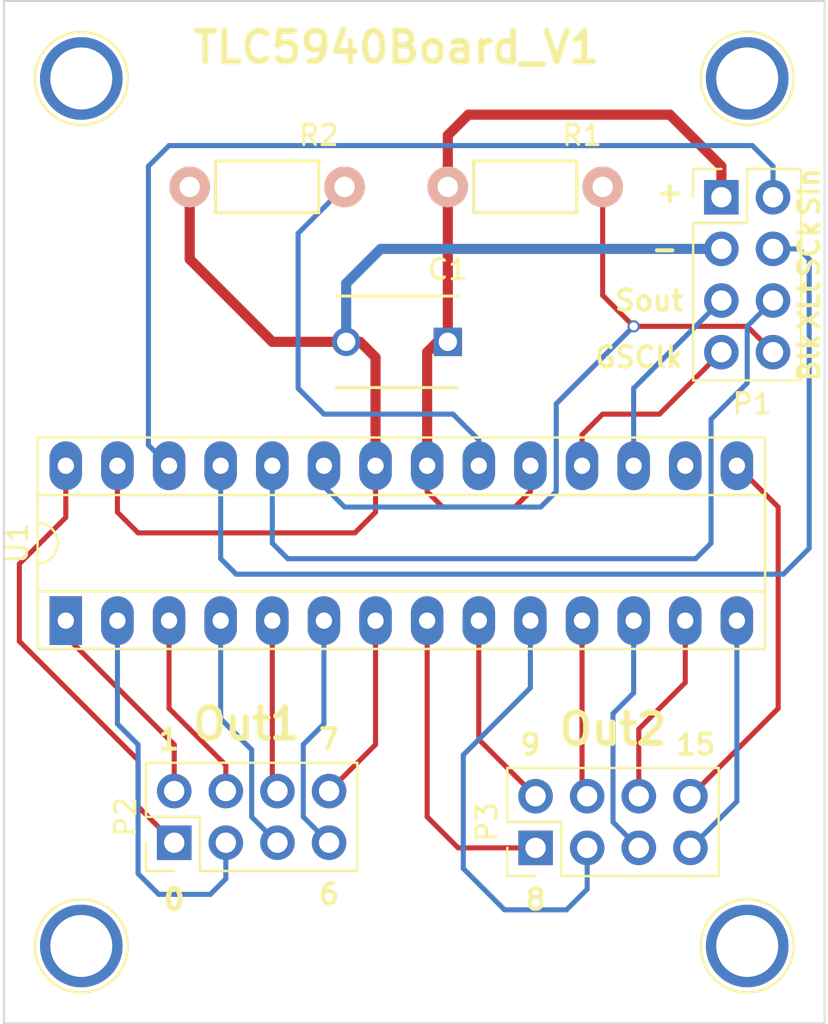
<source format=kicad_pcb>
(kicad_pcb (version 4) (host pcbnew 4.0.5)

  (general
    (links 32)
    (no_connects 0)
    (area 110.427 88.941 153.54381 139.711)
    (thickness 1.6)
    (drawings 22)
    (tracks 132)
    (zones 0)
    (modules 11)
    (nets 27)
  )

  (page A4)
  (title_block
    (title TLC5940Board)
  )

  (layers
    (0 F.Cu signal)
    (31 B.Cu signal)
    (33 F.Adhes user)
    (35 F.Paste user)
    (37 F.SilkS user)
    (39 F.Mask user)
    (40 Dwgs.User user)
    (41 Cmts.User user)
    (42 Eco1.User user)
    (43 Eco2.User user)
    (44 Edge.Cuts user)
    (45 Margin user)
    (47 F.CrtYd user)
    (49 F.Fab user)
  )

  (setup
    (last_trace_width 0.25)
    (user_trace_width 0.25)
    (user_trace_width 0.5)
    (trace_clearance 0.2)
    (zone_clearance 0.508)
    (zone_45_only no)
    (trace_min 0.2)
    (segment_width 0.2)
    (edge_width 0.1)
    (via_size 0.6)
    (via_drill 0.4)
    (via_min_size 0.4)
    (via_min_drill 0.3)
    (uvia_size 0.3)
    (uvia_drill 0.1)
    (uvias_allowed no)
    (uvia_min_size 0.2)
    (uvia_min_drill 0.1)
    (pcb_text_width 0.3)
    (pcb_text_size 1.5 1.5)
    (mod_edge_width 0.15)
    (mod_text_size 1 1)
    (mod_text_width 0.15)
    (pad_size 1.5 1.5)
    (pad_drill 0.6)
    (pad_to_mask_clearance 0)
    (aux_axis_origin 0 0)
    (visible_elements 7FFFFFFF)
    (pcbplotparams
      (layerselection 0x01020_80000001)
      (usegerberextensions true)
      (excludeedgelayer true)
      (linewidth 0.100000)
      (plotframeref false)
      (viasonmask false)
      (mode 1)
      (useauxorigin false)
      (hpglpennumber 1)
      (hpglpenspeed 20)
      (hpglpendiameter 15)
      (hpglpenoverlay 2)
      (psnegative false)
      (psa4output false)
      (plotreference true)
      (plotvalue true)
      (plotinvisibletext false)
      (padsonsilk false)
      (subtractmaskfromsilk false)
      (outputformat 1)
      (mirror false)
      (drillshape 0)
      (scaleselection 1)
      (outputdirectory GerberFiles/))
  )

  (net 0 "")
  (net 1 "Net-(C1-Pad1)")
  (net 2 "Net-(C1-Pad2)")
  (net 3 "Net-(P1-Pad2)")
  (net 4 "Net-(P1-Pad4)")
  (net 5 "Net-(P1-Pad5)")
  (net 6 "Net-(P1-Pad6)")
  (net 7 "Net-(P1-Pad7)")
  (net 8 "Net-(P1-Pad8)")
  (net 9 "Net-(P2-Pad1)")
  (net 10 "Net-(P2-Pad2)")
  (net 11 "Net-(P2-Pad3)")
  (net 12 "Net-(P2-Pad4)")
  (net 13 "Net-(P2-Pad5)")
  (net 14 "Net-(P2-Pad6)")
  (net 15 "Net-(P2-Pad7)")
  (net 16 "Net-(P2-Pad8)")
  (net 17 "Net-(P3-Pad1)")
  (net 18 "Net-(P3-Pad2)")
  (net 19 "Net-(P3-Pad3)")
  (net 20 "Net-(P3-Pad4)")
  (net 21 "Net-(P3-Pad5)")
  (net 22 "Net-(P3-Pad6)")
  (net 23 "Net-(P3-Pad7)")
  (net 24 "Net-(P3-Pad8)")
  (net 25 "Net-(R2-Pad1)")
  (net 26 "Net-(U1-Pad16)")

  (net_class Default "This is the default net class."
    (clearance 0.2)
    (trace_width 0.2)
    (via_dia 0.6)
    (via_drill 0.4)
    (uvia_dia 0.3)
    (uvia_drill 0.1)
    (add_net "Net-(C1-Pad1)")
    (add_net "Net-(C1-Pad2)")
    (add_net "Net-(P1-Pad2)")
    (add_net "Net-(P1-Pad4)")
    (add_net "Net-(P1-Pad5)")
    (add_net "Net-(P1-Pad6)")
    (add_net "Net-(P1-Pad7)")
    (add_net "Net-(P1-Pad8)")
    (add_net "Net-(P2-Pad1)")
    (add_net "Net-(P2-Pad2)")
    (add_net "Net-(P2-Pad3)")
    (add_net "Net-(P2-Pad4)")
    (add_net "Net-(P2-Pad5)")
    (add_net "Net-(P2-Pad6)")
    (add_net "Net-(P2-Pad7)")
    (add_net "Net-(P2-Pad8)")
    (add_net "Net-(P3-Pad1)")
    (add_net "Net-(P3-Pad2)")
    (add_net "Net-(P3-Pad3)")
    (add_net "Net-(P3-Pad4)")
    (add_net "Net-(P3-Pad5)")
    (add_net "Net-(P3-Pad6)")
    (add_net "Net-(P3-Pad7)")
    (add_net "Net-(P3-Pad8)")
    (add_net "Net-(R2-Pad1)")
    (add_net "Net-(U1-Pad16)")
  )

  (module Capacitors_THT:C_Disc_D6_P5 (layer F.Cu) (tedit 58692345) (tstamp 586811BD)
    (at 132.588 105.918 180)
    (descr "Capacitor 6mm Disc, Pitch 5mm")
    (tags Capacitor)
    (path /5867DCF8)
    (fp_text reference C1 (at 0 3.556 180) (layer F.SilkS)
      (effects (font (size 1 1) (thickness 0.15)))
    )
    (fp_text value 0.1uF (at 3.556 3.556 180) (layer F.Fab)
      (effects (font (size 1 1) (thickness 0.15)))
    )
    (fp_line (start -0.95 -2.5) (end 5.95 -2.5) (layer F.CrtYd) (width 0.05))
    (fp_line (start 5.95 -2.5) (end 5.95 2.5) (layer F.CrtYd) (width 0.05))
    (fp_line (start 5.95 2.5) (end -0.95 2.5) (layer F.CrtYd) (width 0.05))
    (fp_line (start -0.95 2.5) (end -0.95 -2.5) (layer F.CrtYd) (width 0.05))
    (fp_line (start -0.5 -2.25) (end 5.5 -2.25) (layer F.SilkS) (width 0.15))
    (fp_line (start 5.5 2.25) (end -0.5 2.25) (layer F.SilkS) (width 0.15))
    (pad 1 thru_hole rect (at 0 0 180) (size 1.4 1.4) (drill 0.9) (layers *.Cu *.Mask)
      (net 1 "Net-(C1-Pad1)"))
    (pad 2 thru_hole circle (at 5 0 180) (size 1.4 1.4) (drill 0.9) (layers *.Cu *.Mask)
      (net 2 "Net-(C1-Pad2)"))
    (model Capacitors_ThroughHole.3dshapes/C_Disc_D6_P5.wrl
      (at (xyz 0.0984252 0 0))
      (scale (xyz 1 1 1))
      (rotate (xyz 0 0 0))
    )
  )

  (module Pin_Headers:Pin_Header_Straight_2x04_Pitch2.54mm (layer F.Cu) (tedit 58686033) (tstamp 586811EC)
    (at 146.05 98.806)
    (descr "Through hole straight pin header, 2x04, 2.54mm pitch, double rows")
    (tags "Through hole pin header THT 2x04 2.54mm double row")
    (path /58680B81)
    (fp_text reference P1 (at 1.524 10.16) (layer F.SilkS)
      (effects (font (size 1 1) (thickness 0.15)))
    )
    (fp_text value CN_SigIn_02X04 (at 1.27 10.01) (layer F.Fab) hide
      (effects (font (size 1 1) (thickness 0.15)))
    )
    (fp_line (start -1.27 -1.27) (end -1.27 8.89) (layer F.Fab) (width 0.1))
    (fp_line (start -1.27 8.89) (end 3.81 8.89) (layer F.Fab) (width 0.1))
    (fp_line (start 3.81 8.89) (end 3.81 -1.27) (layer F.Fab) (width 0.1))
    (fp_line (start 3.81 -1.27) (end -1.27 -1.27) (layer F.Fab) (width 0.1))
    (fp_line (start -1.39 1.27) (end -1.39 9.01) (layer F.SilkS) (width 0.12))
    (fp_line (start -1.39 9.01) (end 3.93 9.01) (layer F.SilkS) (width 0.12))
    (fp_line (start 3.93 9.01) (end 3.93 -1.39) (layer F.SilkS) (width 0.12))
    (fp_line (start 3.93 -1.39) (end 1.27 -1.39) (layer F.SilkS) (width 0.12))
    (fp_line (start 1.27 -1.39) (end 1.27 1.27) (layer F.SilkS) (width 0.12))
    (fp_line (start 1.27 1.27) (end -1.39 1.27) (layer F.SilkS) (width 0.12))
    (fp_line (start -1.39 0) (end -1.39 -1.39) (layer F.SilkS) (width 0.12))
    (fp_line (start -1.39 -1.39) (end 0 -1.39) (layer F.SilkS) (width 0.12))
    (fp_line (start -1.6 -1.6) (end -1.6 9.2) (layer F.CrtYd) (width 0.05))
    (fp_line (start -1.6 9.2) (end 4.1 9.2) (layer F.CrtYd) (width 0.05))
    (fp_line (start 4.1 9.2) (end 4.1 -1.6) (layer F.CrtYd) (width 0.05))
    (fp_line (start 4.1 -1.6) (end -1.6 -1.6) (layer F.CrtYd) (width 0.05))
    (pad 1 thru_hole rect (at 0 0) (size 1.7 1.7) (drill 1) (layers *.Cu *.Mask)
      (net 1 "Net-(C1-Pad1)"))
    (pad 2 thru_hole oval (at 2.54 0) (size 1.7 1.7) (drill 1) (layers *.Cu *.Mask)
      (net 3 "Net-(P1-Pad2)"))
    (pad 3 thru_hole oval (at 0 2.54) (size 1.7 1.7) (drill 1) (layers *.Cu *.Mask)
      (net 2 "Net-(C1-Pad2)"))
    (pad 4 thru_hole oval (at 2.54 2.54) (size 1.7 1.7) (drill 1) (layers *.Cu *.Mask)
      (net 4 "Net-(P1-Pad4)"))
    (pad 5 thru_hole oval (at 0 5.08) (size 1.7 1.7) (drill 1) (layers *.Cu *.Mask)
      (net 5 "Net-(P1-Pad5)"))
    (pad 6 thru_hole oval (at 2.54 5.08) (size 1.7 1.7) (drill 1) (layers *.Cu *.Mask)
      (net 6 "Net-(P1-Pad6)"))
    (pad 7 thru_hole oval (at 0 7.62) (size 1.7 1.7) (drill 1) (layers *.Cu *.Mask)
      (net 7 "Net-(P1-Pad7)"))
    (pad 8 thru_hole oval (at 2.54 7.62) (size 1.7 1.7) (drill 1) (layers *.Cu *.Mask)
      (net 8 "Net-(P1-Pad8)"))
    (model Pin_Headers.3dshapes/Pin_Header_Straight_2x04_Pitch2.54mm.wrl
      (at (xyz 0.05 -0.15 0))
      (scale (xyz 1 1 1))
      (rotate (xyz 0 0 90))
    )
  )

  (module Pin_Headers:Pin_Header_Straight_2x04_Pitch2.54mm (layer F.Cu) (tedit 58685EE1) (tstamp 58681208)
    (at 119.126 130.556 90)
    (descr "Through hole straight pin header, 2x04, 2.54mm pitch, double rows")
    (tags "Through hole pin header THT 2x04 2.54mm double row")
    (path /5867D614)
    (fp_text reference P2 (at 1.27 -2.39 90) (layer F.SilkS)
      (effects (font (size 1 1) (thickness 0.15)))
    )
    (fp_text value CN_Out1_02X04 (at 1.27 10.01 90) (layer F.Fab) hide
      (effects (font (size 1 1) (thickness 0.15)))
    )
    (fp_line (start -1.27 -1.27) (end -1.27 8.89) (layer F.Fab) (width 0.1))
    (fp_line (start -1.27 8.89) (end 3.81 8.89) (layer F.Fab) (width 0.1))
    (fp_line (start 3.81 8.89) (end 3.81 -1.27) (layer F.Fab) (width 0.1))
    (fp_line (start 3.81 -1.27) (end -1.27 -1.27) (layer F.Fab) (width 0.1))
    (fp_line (start -1.39 1.27) (end -1.39 9.01) (layer F.SilkS) (width 0.12))
    (fp_line (start -1.39 9.01) (end 3.93 9.01) (layer F.SilkS) (width 0.12))
    (fp_line (start 3.93 9.01) (end 3.93 -1.39) (layer F.SilkS) (width 0.12))
    (fp_line (start 3.93 -1.39) (end 1.27 -1.39) (layer F.SilkS) (width 0.12))
    (fp_line (start 1.27 -1.39) (end 1.27 1.27) (layer F.SilkS) (width 0.12))
    (fp_line (start 1.27 1.27) (end -1.39 1.27) (layer F.SilkS) (width 0.12))
    (fp_line (start -1.39 0) (end -1.39 -1.39) (layer F.SilkS) (width 0.12))
    (fp_line (start -1.39 -1.39) (end 0 -1.39) (layer F.SilkS) (width 0.12))
    (fp_line (start -1.6 -1.6) (end -1.6 9.2) (layer F.CrtYd) (width 0.05))
    (fp_line (start -1.6 9.2) (end 4.1 9.2) (layer F.CrtYd) (width 0.05))
    (fp_line (start 4.1 9.2) (end 4.1 -1.6) (layer F.CrtYd) (width 0.05))
    (fp_line (start 4.1 -1.6) (end -1.6 -1.6) (layer F.CrtYd) (width 0.05))
    (pad 1 thru_hole rect (at 0 0 90) (size 1.7 1.7) (drill 1) (layers *.Cu *.Mask)
      (net 9 "Net-(P2-Pad1)"))
    (pad 2 thru_hole oval (at 2.54 0 90) (size 1.7 1.7) (drill 1) (layers *.Cu *.Mask)
      (net 10 "Net-(P2-Pad2)"))
    (pad 3 thru_hole oval (at 0 2.54 90) (size 1.7 1.7) (drill 1) (layers *.Cu *.Mask)
      (net 11 "Net-(P2-Pad3)"))
    (pad 4 thru_hole oval (at 2.54 2.54 90) (size 1.7 1.7) (drill 1) (layers *.Cu *.Mask)
      (net 12 "Net-(P2-Pad4)"))
    (pad 5 thru_hole oval (at 0 5.08 90) (size 1.7 1.7) (drill 1) (layers *.Cu *.Mask)
      (net 13 "Net-(P2-Pad5)"))
    (pad 6 thru_hole oval (at 2.54 5.08 90) (size 1.7 1.7) (drill 1) (layers *.Cu *.Mask)
      (net 14 "Net-(P2-Pad6)"))
    (pad 7 thru_hole oval (at 0 7.62 90) (size 1.7 1.7) (drill 1) (layers *.Cu *.Mask)
      (net 15 "Net-(P2-Pad7)"))
    (pad 8 thru_hole oval (at 2.54 7.62 90) (size 1.7 1.7) (drill 1) (layers *.Cu *.Mask)
      (net 16 "Net-(P2-Pad8)"))
    (model Pin_Headers.3dshapes/Pin_Header_Straight_2x04_Pitch2.54mm.wrl
      (at (xyz 0.05 -0.15 0))
      (scale (xyz 1 1 1))
      (rotate (xyz 0 0 90))
    )
  )

  (module Pin_Headers:Pin_Header_Straight_2x04_Pitch2.54mm (layer F.Cu) (tedit 58685ED6) (tstamp 58681224)
    (at 136.906 130.81 90)
    (descr "Through hole straight pin header, 2x04, 2.54mm pitch, double rows")
    (tags "Through hole pin header THT 2x04 2.54mm double row")
    (path /5867D86F)
    (fp_text reference P3 (at 1.27 -2.39 90) (layer F.SilkS)
      (effects (font (size 1 1) (thickness 0.15)))
    )
    (fp_text value CN_Out2_02X04 (at 1.27 10.01 90) (layer F.Fab) hide
      (effects (font (size 1 1) (thickness 0.15)))
    )
    (fp_line (start -1.27 -1.27) (end -1.27 8.89) (layer F.Fab) (width 0.1))
    (fp_line (start -1.27 8.89) (end 3.81 8.89) (layer F.Fab) (width 0.1))
    (fp_line (start 3.81 8.89) (end 3.81 -1.27) (layer F.Fab) (width 0.1))
    (fp_line (start 3.81 -1.27) (end -1.27 -1.27) (layer F.Fab) (width 0.1))
    (fp_line (start -1.39 1.27) (end -1.39 9.01) (layer F.SilkS) (width 0.12))
    (fp_line (start -1.39 9.01) (end 3.93 9.01) (layer F.SilkS) (width 0.12))
    (fp_line (start 3.93 9.01) (end 3.93 -1.39) (layer F.SilkS) (width 0.12))
    (fp_line (start 3.93 -1.39) (end 1.27 -1.39) (layer F.SilkS) (width 0.12))
    (fp_line (start 1.27 -1.39) (end 1.27 1.27) (layer F.SilkS) (width 0.12))
    (fp_line (start 1.27 1.27) (end -1.39 1.27) (layer F.SilkS) (width 0.12))
    (fp_line (start -1.39 0) (end -1.39 -1.39) (layer F.SilkS) (width 0.12))
    (fp_line (start -1.39 -1.39) (end 0 -1.39) (layer F.SilkS) (width 0.12))
    (fp_line (start -1.6 -1.6) (end -1.6 9.2) (layer F.CrtYd) (width 0.05))
    (fp_line (start -1.6 9.2) (end 4.1 9.2) (layer F.CrtYd) (width 0.05))
    (fp_line (start 4.1 9.2) (end 4.1 -1.6) (layer F.CrtYd) (width 0.05))
    (fp_line (start 4.1 -1.6) (end -1.6 -1.6) (layer F.CrtYd) (width 0.05))
    (pad 1 thru_hole rect (at 0 0 90) (size 1.7 1.7) (drill 1) (layers *.Cu *.Mask)
      (net 17 "Net-(P3-Pad1)"))
    (pad 2 thru_hole oval (at 2.54 0 90) (size 1.7 1.7) (drill 1) (layers *.Cu *.Mask)
      (net 18 "Net-(P3-Pad2)"))
    (pad 3 thru_hole oval (at 0 2.54 90) (size 1.7 1.7) (drill 1) (layers *.Cu *.Mask)
      (net 19 "Net-(P3-Pad3)"))
    (pad 4 thru_hole oval (at 2.54 2.54 90) (size 1.7 1.7) (drill 1) (layers *.Cu *.Mask)
      (net 20 "Net-(P3-Pad4)"))
    (pad 5 thru_hole oval (at 0 5.08 90) (size 1.7 1.7) (drill 1) (layers *.Cu *.Mask)
      (net 21 "Net-(P3-Pad5)"))
    (pad 6 thru_hole oval (at 2.54 5.08 90) (size 1.7 1.7) (drill 1) (layers *.Cu *.Mask)
      (net 22 "Net-(P3-Pad6)"))
    (pad 7 thru_hole oval (at 0 7.62 90) (size 1.7 1.7) (drill 1) (layers *.Cu *.Mask)
      (net 23 "Net-(P3-Pad7)"))
    (pad 8 thru_hole oval (at 2.54 7.62 90) (size 1.7 1.7) (drill 1) (layers *.Cu *.Mask)
      (net 24 "Net-(P3-Pad8)"))
    (model Pin_Headers.3dshapes/Pin_Header_Straight_2x04_Pitch2.54mm.wrl
      (at (xyz 0.05 -0.15 0))
      (scale (xyz 1 1 1))
      (rotate (xyz 0 0 90))
    )
  )

  (module Resistors_THT:Resistor_Horizontal_RM7mm (layer F.Cu) (tedit 58692407) (tstamp 58681232)
    (at 132.588 98.298)
    (descr "Resistor, Axial,  RM 7.62mm, 1/3W,")
    (tags "Resistor Axial RM 7.62mm 1/3W R3")
    (path /5864BA40)
    (fp_text reference R1 (at 6.604 -2.54) (layer F.SilkS)
      (effects (font (size 1 1) (thickness 0.15)))
    )
    (fp_text value 10K (at 3.048 -2.54) (layer F.Fab)
      (effects (font (size 1 1) (thickness 0.15)))
    )
    (fp_line (start -1.25 -1.5) (end 8.85 -1.5) (layer F.CrtYd) (width 0.05))
    (fp_line (start -1.25 1.5) (end -1.25 -1.5) (layer F.CrtYd) (width 0.05))
    (fp_line (start 8.85 -1.5) (end 8.85 1.5) (layer F.CrtYd) (width 0.05))
    (fp_line (start -1.25 1.5) (end 8.85 1.5) (layer F.CrtYd) (width 0.05))
    (fp_line (start 1.27 -1.27) (end 6.35 -1.27) (layer F.SilkS) (width 0.15))
    (fp_line (start 6.35 -1.27) (end 6.35 1.27) (layer F.SilkS) (width 0.15))
    (fp_line (start 6.35 1.27) (end 1.27 1.27) (layer F.SilkS) (width 0.15))
    (fp_line (start 1.27 1.27) (end 1.27 -1.27) (layer F.SilkS) (width 0.15))
    (pad 1 thru_hole circle (at 0 0) (size 1.99898 1.99898) (drill 1.00076) (layers *.Cu *.SilkS *.Mask)
      (net 1 "Net-(C1-Pad1)"))
    (pad 2 thru_hole circle (at 7.62 0) (size 1.99898 1.99898) (drill 1.00076) (layers *.Cu *.SilkS *.Mask)
      (net 8 "Net-(P1-Pad8)"))
  )

  (module Resistors_THT:Resistor_Horizontal_RM7mm (layer F.Cu) (tedit 586850B0) (tstamp 58681240)
    (at 127.508 98.298 180)
    (descr "Resistor, Axial,  RM 7.62mm, 1/3W,")
    (tags "Resistor Axial RM 7.62mm 1/3W R3")
    (path /5864B909)
    (fp_text reference R2 (at 1.27 2.54 180) (layer F.SilkS)
      (effects (font (size 1 1) (thickness 0.15)))
    )
    (fp_text value 2K (at 3.81 2.54 180) (layer F.Fab)
      (effects (font (size 1 1) (thickness 0.15)))
    )
    (fp_line (start -1.25 -1.5) (end 8.85 -1.5) (layer F.CrtYd) (width 0.05))
    (fp_line (start -1.25 1.5) (end -1.25 -1.5) (layer F.CrtYd) (width 0.05))
    (fp_line (start 8.85 -1.5) (end 8.85 1.5) (layer F.CrtYd) (width 0.05))
    (fp_line (start -1.25 1.5) (end 8.85 1.5) (layer F.CrtYd) (width 0.05))
    (fp_line (start 1.27 -1.27) (end 6.35 -1.27) (layer F.SilkS) (width 0.15))
    (fp_line (start 6.35 -1.27) (end 6.35 1.27) (layer F.SilkS) (width 0.15))
    (fp_line (start 6.35 1.27) (end 1.27 1.27) (layer F.SilkS) (width 0.15))
    (fp_line (start 1.27 1.27) (end 1.27 -1.27) (layer F.SilkS) (width 0.15))
    (pad 1 thru_hole circle (at 0 0 180) (size 1.99898 1.99898) (drill 1.00076) (layers *.Cu *.SilkS *.Mask)
      (net 25 "Net-(R2-Pad1)"))
    (pad 2 thru_hole circle (at 7.62 0 180) (size 1.99898 1.99898) (drill 1.00076) (layers *.Cu *.SilkS *.Mask)
      (net 2 "Net-(C1-Pad2)"))
  )

  (module Housings_DIP:DIP-28_W7.62mm_Socket_LongPads (layer F.Cu) (tedit 586281B5) (tstamp 58681277)
    (at 113.792 119.634 90)
    (descr "28-lead dip package, row spacing 7.62 mm (300 mils), Socket, LongPads")
    (tags "DIL DIP PDIP 2.54mm 7.62mm 300mil Socket LongPads")
    (path /5861DAAD)
    (fp_text reference U1 (at 3.81 -2.39 90) (layer F.SilkS)
      (effects (font (size 1 1) (thickness 0.15)))
    )
    (fp_text value TLC5940NT (at 3.81 35.41 90) (layer F.Fab)
      (effects (font (size 1 1) (thickness 0.15)))
    )
    (fp_arc (start 3.81 -1.39) (end 2.81 -1.39) (angle -180) (layer F.SilkS) (width 0.12))
    (fp_line (start 1.635 -1.27) (end 6.985 -1.27) (layer F.Fab) (width 0.1))
    (fp_line (start 6.985 -1.27) (end 6.985 34.29) (layer F.Fab) (width 0.1))
    (fp_line (start 6.985 34.29) (end 0.635 34.29) (layer F.Fab) (width 0.1))
    (fp_line (start 0.635 34.29) (end 0.635 -0.27) (layer F.Fab) (width 0.1))
    (fp_line (start 0.635 -0.27) (end 1.635 -1.27) (layer F.Fab) (width 0.1))
    (fp_line (start -1.27 -1.27) (end -1.27 34.29) (layer F.Fab) (width 0.1))
    (fp_line (start -1.27 34.29) (end 8.89 34.29) (layer F.Fab) (width 0.1))
    (fp_line (start 8.89 34.29) (end 8.89 -1.27) (layer F.Fab) (width 0.1))
    (fp_line (start 8.89 -1.27) (end -1.27 -1.27) (layer F.Fab) (width 0.1))
    (fp_line (start 2.81 -1.39) (end 1.44 -1.39) (layer F.SilkS) (width 0.12))
    (fp_line (start 1.44 -1.39) (end 1.44 34.41) (layer F.SilkS) (width 0.12))
    (fp_line (start 1.44 34.41) (end 6.18 34.41) (layer F.SilkS) (width 0.12))
    (fp_line (start 6.18 34.41) (end 6.18 -1.39) (layer F.SilkS) (width 0.12))
    (fp_line (start 6.18 -1.39) (end 4.81 -1.39) (layer F.SilkS) (width 0.12))
    (fp_line (start -1.39 -1.39) (end -1.39 34.41) (layer F.SilkS) (width 0.12))
    (fp_line (start -1.39 34.41) (end 9.01 34.41) (layer F.SilkS) (width 0.12))
    (fp_line (start 9.01 34.41) (end 9.01 -1.39) (layer F.SilkS) (width 0.12))
    (fp_line (start 9.01 -1.39) (end -1.39 -1.39) (layer F.SilkS) (width 0.12))
    (fp_line (start -1.7 -1.7) (end -1.7 34.7) (layer F.CrtYd) (width 0.05))
    (fp_line (start -1.7 34.7) (end 9.3 34.7) (layer F.CrtYd) (width 0.05))
    (fp_line (start 9.3 34.7) (end 9.3 -1.7) (layer F.CrtYd) (width 0.05))
    (fp_line (start 9.3 -1.7) (end -1.7 -1.7) (layer F.CrtYd) (width 0.05))
    (pad 1 thru_hole rect (at 0 0 90) (size 2.4 1.6) (drill 0.8) (layers *.Cu *.Mask)
      (net 10 "Net-(P2-Pad2)"))
    (pad 15 thru_hole oval (at 7.62 33.02 90) (size 2.4 1.6) (drill 0.8) (layers *.Cu *.Mask)
      (net 24 "Net-(P3-Pad8)"))
    (pad 2 thru_hole oval (at 0 2.54 90) (size 2.4 1.6) (drill 0.8) (layers *.Cu *.Mask)
      (net 11 "Net-(P2-Pad3)"))
    (pad 16 thru_hole oval (at 7.62 30.48 90) (size 2.4 1.6) (drill 0.8) (layers *.Cu *.Mask)
      (net 26 "Net-(U1-Pad16)"))
    (pad 3 thru_hole oval (at 0 5.08 90) (size 2.4 1.6) (drill 0.8) (layers *.Cu *.Mask)
      (net 12 "Net-(P2-Pad4)"))
    (pad 17 thru_hole oval (at 7.62 27.94 90) (size 2.4 1.6) (drill 0.8) (layers *.Cu *.Mask)
      (net 5 "Net-(P1-Pad5)"))
    (pad 4 thru_hole oval (at 0 7.62 90) (size 2.4 1.6) (drill 0.8) (layers *.Cu *.Mask)
      (net 13 "Net-(P2-Pad5)"))
    (pad 18 thru_hole oval (at 7.62 25.4 90) (size 2.4 1.6) (drill 0.8) (layers *.Cu *.Mask)
      (net 7 "Net-(P1-Pad7)"))
    (pad 5 thru_hole oval (at 0 10.16 90) (size 2.4 1.6) (drill 0.8) (layers *.Cu *.Mask)
      (net 14 "Net-(P2-Pad6)"))
    (pad 19 thru_hole oval (at 7.62 22.86 90) (size 2.4 1.6) (drill 0.8) (layers *.Cu *.Mask)
      (net 1 "Net-(C1-Pad1)"))
    (pad 6 thru_hole oval (at 0 12.7 90) (size 2.4 1.6) (drill 0.8) (layers *.Cu *.Mask)
      (net 15 "Net-(P2-Pad7)"))
    (pad 20 thru_hole oval (at 7.62 20.32 90) (size 2.4 1.6) (drill 0.8) (layers *.Cu *.Mask)
      (net 25 "Net-(R2-Pad1)"))
    (pad 7 thru_hole oval (at 0 15.24 90) (size 2.4 1.6) (drill 0.8) (layers *.Cu *.Mask)
      (net 16 "Net-(P2-Pad8)"))
    (pad 21 thru_hole oval (at 7.62 17.78 90) (size 2.4 1.6) (drill 0.8) (layers *.Cu *.Mask)
      (net 1 "Net-(C1-Pad1)"))
    (pad 8 thru_hole oval (at 0 17.78 90) (size 2.4 1.6) (drill 0.8) (layers *.Cu *.Mask)
      (net 17 "Net-(P3-Pad1)"))
    (pad 22 thru_hole oval (at 7.62 15.24 90) (size 2.4 1.6) (drill 0.8) (layers *.Cu *.Mask)
      (net 2 "Net-(C1-Pad2)"))
    (pad 9 thru_hole oval (at 0 20.32 90) (size 2.4 1.6) (drill 0.8) (layers *.Cu *.Mask)
      (net 18 "Net-(P3-Pad2)"))
    (pad 23 thru_hole oval (at 7.62 12.7 90) (size 2.4 1.6) (drill 0.8) (layers *.Cu *.Mask)
      (net 8 "Net-(P1-Pad8)"))
    (pad 10 thru_hole oval (at 0 22.86 90) (size 2.4 1.6) (drill 0.8) (layers *.Cu *.Mask)
      (net 19 "Net-(P3-Pad3)"))
    (pad 24 thru_hole oval (at 7.62 10.16 90) (size 2.4 1.6) (drill 0.8) (layers *.Cu *.Mask)
      (net 6 "Net-(P1-Pad6)"))
    (pad 11 thru_hole oval (at 0 25.4 90) (size 2.4 1.6) (drill 0.8) (layers *.Cu *.Mask)
      (net 20 "Net-(P3-Pad4)"))
    (pad 25 thru_hole oval (at 7.62 7.62 90) (size 2.4 1.6) (drill 0.8) (layers *.Cu *.Mask)
      (net 4 "Net-(P1-Pad4)"))
    (pad 12 thru_hole oval (at 0 27.94 90) (size 2.4 1.6) (drill 0.8) (layers *.Cu *.Mask)
      (net 21 "Net-(P3-Pad5)"))
    (pad 26 thru_hole oval (at 7.62 5.08 90) (size 2.4 1.6) (drill 0.8) (layers *.Cu *.Mask)
      (net 3 "Net-(P1-Pad2)"))
    (pad 13 thru_hole oval (at 0 30.48 90) (size 2.4 1.6) (drill 0.8) (layers *.Cu *.Mask)
      (net 22 "Net-(P3-Pad6)"))
    (pad 27 thru_hole oval (at 7.62 2.54 90) (size 2.4 1.6) (drill 0.8) (layers *.Cu *.Mask)
      (net 2 "Net-(C1-Pad2)"))
    (pad 14 thru_hole oval (at 0 33.02 90) (size 2.4 1.6) (drill 0.8) (layers *.Cu *.Mask)
      (net 23 "Net-(P3-Pad7)"))
    (pad 28 thru_hole oval (at 7.62 0 90) (size 2.4 1.6) (drill 0.8) (layers *.Cu *.Mask)
      (net 9 "Net-(P2-Pad1)"))
    (model Housings_DIP.3dshapes/DIP-28_W7.62mm_Socket_LongPads.wrl
      (at (xyz 0 0 0))
      (scale (xyz 1 1 1))
      (rotate (xyz 0 0 0))
    )
  )

  (module Connectors:1pin (layer F.Cu) (tedit 58685919) (tstamp 58685879)
    (at 147.32 92.964)
    (descr "module 1 pin (ou trou mecanique de percage)")
    (tags DEV)
    (fp_text reference M1 (at 0 -3.048) (layer F.SilkS) hide
      (effects (font (size 1 1) (thickness 0.15)))
    )
    (fp_text value 1pin (at -3.81 -3.048) (layer F.Fab) hide
      (effects (font (size 1 1) (thickness 0.15)))
    )
    (fp_circle (center 0 0) (end 2 0.8) (layer F.Fab) (width 0.1))
    (fp_circle (center 0 0) (end 2.6 0) (layer F.CrtYd) (width 0.05))
    (fp_circle (center 0 0) (end 0 -2.286) (layer F.SilkS) (width 0.12))
    (pad 1 thru_hole circle (at 0 0) (size 4.064 4.064) (drill 3.048) (layers *.Cu *.Mask))
  )

  (module Connectors:1pin (layer F.Cu) (tedit 58686044) (tstamp 58685982)
    (at 114.554 135.636)
    (descr "module 1 pin (ou trou mecanique de percage)")
    (tags DEV)
    (fp_text reference REF** (at 0 -3.048) (layer F.SilkS) hide
      (effects (font (size 1 1) (thickness 0.15)))
    )
    (fp_text value 1pin (at 0 3) (layer F.Fab) hide
      (effects (font (size 1 1) (thickness 0.15)))
    )
    (fp_circle (center 0 0) (end 2 0.8) (layer F.Fab) (width 0.1))
    (fp_circle (center 0 0) (end 2.6 0) (layer F.CrtYd) (width 0.05))
    (fp_circle (center 0 0) (end 0 -2.286) (layer F.SilkS) (width 0.12))
    (pad 1 thru_hole circle (at 0 0) (size 4.064 4.064) (drill 3.048) (layers *.Cu *.Mask))
  )

  (module Connectors:1pin (layer F.Cu) (tedit 5868604E) (tstamp 58685F25)
    (at 147.32 135.636)
    (descr "module 1 pin (ou trou mecanique de percage)")
    (tags DEV)
    (fp_text reference REF** (at 0 -3.048) (layer F.SilkS) hide
      (effects (font (size 1 1) (thickness 0.15)))
    )
    (fp_text value 1pin (at 0 3) (layer F.Fab) hide
      (effects (font (size 1 1) (thickness 0.15)))
    )
    (fp_circle (center 0 0) (end 2 0.8) (layer F.Fab) (width 0.1))
    (fp_circle (center 0 0) (end 2.6 0) (layer F.CrtYd) (width 0.05))
    (fp_circle (center 0 0) (end 0 -2.286) (layer F.SilkS) (width 0.12))
    (pad 1 thru_hole circle (at 0 0) (size 4.064 4.064) (drill 3.048) (layers *.Cu *.Mask))
  )

  (module Connectors:1pin (layer F.Cu) (tedit 58691953) (tstamp 58685F3B)
    (at 114.554 92.964)
    (descr "module 1 pin (ou trou mecanique de percage)")
    (tags DEV)
    (fp_text reference REF** (at 0 -3.048) (layer F.SilkS) hide
      (effects (font (size 1 1) (thickness 0.15)))
    )
    (fp_text value 1pin (at 4.064 -3.048) (layer F.Fab) hide
      (effects (font (size 1 1) (thickness 0.15)))
    )
    (fp_circle (center 0 0) (end 2 0.8) (layer F.Fab) (width 0.1))
    (fp_circle (center 0 0) (end 2.6 0) (layer F.CrtYd) (width 0.05))
    (fp_circle (center 0 0) (end 0 -2.286) (layer F.SilkS) (width 0.12))
    (pad 1 thru_hole circle (at 0 0) (size 4.064 4.064) (drill 3.048) (layers *.Cu *.Mask))
  )

  (gr_text TLC5940Board_V1 (at 130.048 91.44) (layer F.SilkS)
    (effects (font (size 1.5 1.5) (thickness 0.3)))
  )
  (gr_text Blk (at 150.368 106.68 90) (layer F.SilkS)
    (effects (font (size 1 1) (thickness 0.2)))
  )
  (gr_text XLt (at 150.368 104.14 90) (layer F.SilkS)
    (effects (font (size 1 1) (thickness 0.2)))
  )
  (gr_text SCk (at 150.368 101.346 90) (layer F.SilkS)
    (effects (font (size 1 1) (thickness 0.2)))
  )
  (gr_text Sin (at 150.368 98.552 90) (layer F.SilkS)
    (effects (font (size 1 1) (thickness 0.2)))
  )
  (gr_text GSClk (at 141.986 106.68) (layer F.SilkS)
    (effects (font (size 1 1) (thickness 0.2)))
  )
  (gr_text Sout (at 142.494 103.886) (layer F.SilkS)
    (effects (font (size 1 1) (thickness 0.2)))
  )
  (gr_text - (at 143.256 101.346) (layer F.SilkS)
    (effects (font (size 1 1) (thickness 0.2)))
  )
  (gr_text + (at 143.51 98.552) (layer F.SilkS)
    (effects (font (size 1 1) (thickness 0.2)))
  )
  (gr_text 15 (at 144.78 125.73) (layer F.SilkS)
    (effects (font (size 1 1) (thickness 0.2)))
  )
  (gr_text 9 (at 136.652 125.73) (layer F.SilkS)
    (effects (font (size 1 1) (thickness 0.2)))
  )
  (gr_text 8 (at 136.906 133.35) (layer F.SilkS)
    (effects (font (size 1 1) (thickness 0.2)))
  )
  (gr_text 7 (at 126.746 125.476) (layer F.SilkS)
    (effects (font (size 1 1) (thickness 0.2)))
  )
  (gr_text 6 (at 126.746 133.096) (layer F.SilkS)
    (effects (font (size 1 1) (thickness 0.2)))
  )
  (gr_text 1 (at 118.872 125.476) (layer F.SilkS)
    (effects (font (size 1 1) (thickness 0.2)))
  )
  (gr_text 0 (at 119.126 133.35) (layer F.SilkS)
    (effects (font (size 1 1) (thickness 0.25)))
  )
  (gr_text Out2 (at 140.716 124.968) (layer F.SilkS)
    (effects (font (size 1.5 1.5) (thickness 0.3)))
  )
  (gr_text Out1 (at 122.682 124.714) (layer F.SilkS)
    (effects (font (size 1.5 1.5) (thickness 0.3)))
  )
  (gr_line (start 110.744 89.154) (end 110.744 139.446) (angle 90) (layer Edge.Cuts) (width 0.1))
  (gr_line (start 151.13 89.154) (end 151.13 139.446) (angle 90) (layer Edge.Cuts) (width 0.1))
  (gr_line (start 151.13 89.154) (end 110.744 89.154) (angle 90) (layer Edge.Cuts) (width 0.1))
  (gr_line (start 110.744 139.446) (end 151.13 139.446) (angle 90) (layer Edge.Cuts) (width 0.1))

  (segment (start 146.05 98.806) (end 146.05 97.282) (width 0.5) (layer F.Cu) (net 1))
  (segment (start 132.588 95.758) (end 132.588 98.298) (width 0.5) (layer F.Cu) (net 1) (tstamp 586923E5))
  (segment (start 133.604 94.742) (end 132.588 95.758) (width 0.5) (layer F.Cu) (net 1) (tstamp 586923E0))
  (segment (start 143.51 94.742) (end 133.604 94.742) (width 0.5) (layer F.Cu) (net 1) (tstamp 586923DB))
  (segment (start 146.05 97.282) (end 143.51 94.742) (width 0.5) (layer F.Cu) (net 1) (tstamp 586923D7))
  (segment (start 132.588 98.298) (end 132.588 105.918) (width 0.5) (layer F.Cu) (net 1))
  (segment (start 132.588 105.918) (end 132.08 105.918) (width 0.5) (layer F.Cu) (net 1))
  (segment (start 132.08 105.918) (end 131.572 106.426) (width 0.5) (layer F.Cu) (net 1) (tstamp 586923B1))
  (segment (start 131.572 106.426) (end 131.572 112.014) (width 0.5) (layer F.Cu) (net 1) (tstamp 586923B2))
  (segment (start 136.652 112.014) (end 136.652 113.284) (width 0.25) (layer F.Cu) (net 1))
  (segment (start 131.572 113.284) (end 131.572 112.014) (width 0.25) (layer F.Cu) (net 1) (tstamp 5868528C))
  (segment (start 132.334 114.046) (end 131.572 113.284) (width 0.25) (layer F.Cu) (net 1) (tstamp 58685288))
  (segment (start 135.89 114.046) (end 132.334 114.046) (width 0.25) (layer F.Cu) (net 1) (tstamp 58685287))
  (segment (start 136.652 113.284) (end 135.89 114.046) (width 0.25) (layer F.Cu) (net 1) (tstamp 58685283))
  (segment (start 146.05 101.346) (end 129.286 101.346) (width 0.5) (layer B.Cu) (net 2))
  (segment (start 127.588 103.044) (end 127.588 105.918) (width 0.5) (layer B.Cu) (net 2) (tstamp 5869243E))
  (segment (start 129.286 101.346) (end 127.588 103.044) (width 0.5) (layer B.Cu) (net 2) (tstamp 58692436))
  (segment (start 119.888 98.298) (end 119.888 101.854) (width 0.5) (layer F.Cu) (net 2))
  (segment (start 123.952 105.918) (end 127.588 105.918) (width 0.5) (layer F.Cu) (net 2) (tstamp 586923B7))
  (segment (start 119.888 101.854) (end 123.952 105.918) (width 0.5) (layer F.Cu) (net 2) (tstamp 586923B5))
  (segment (start 127.588 105.918) (end 128.27 105.918) (width 0.5) (layer F.Cu) (net 2))
  (segment (start 128.27 105.918) (end 129.032 106.68) (width 0.5) (layer F.Cu) (net 2) (tstamp 586923AD))
  (segment (start 129.032 106.68) (end 129.032 112.014) (width 0.5) (layer F.Cu) (net 2) (tstamp 586923AE))
  (segment (start 116.332 112.014) (end 116.332 114.3) (width 0.25) (layer F.Cu) (net 2))
  (segment (start 129.032 114.3) (end 129.032 112.014) (width 0.25) (layer F.Cu) (net 2) (tstamp 586852D7))
  (segment (start 128.016 115.316) (end 129.032 114.3) (width 0.25) (layer F.Cu) (net 2) (tstamp 586852CB))
  (segment (start 117.348 115.316) (end 128.016 115.316) (width 0.25) (layer F.Cu) (net 2) (tstamp 586852C8))
  (segment (start 116.332 114.3) (end 117.348 115.316) (width 0.25) (layer F.Cu) (net 2) (tstamp 586852C4))
  (segment (start 148.59 98.806) (end 148.59 97.282) (width 0.25) (layer B.Cu) (net 3))
  (segment (start 117.856 110.998) (end 118.872 112.014) (width 0.25) (layer B.Cu) (net 3) (tstamp 586924DA))
  (segment (start 117.856 97.282) (end 117.856 110.998) (width 0.25) (layer B.Cu) (net 3) (tstamp 586924D4))
  (segment (start 118.872 96.266) (end 117.856 97.282) (width 0.25) (layer B.Cu) (net 3) (tstamp 586924CC))
  (segment (start 147.574 96.266) (end 118.872 96.266) (width 0.25) (layer B.Cu) (net 3) (tstamp 586924B9))
  (segment (start 148.59 97.282) (end 147.574 96.266) (width 0.25) (layer B.Cu) (net 3) (tstamp 586924AE))
  (segment (start 148.59 98.806) (end 149.098 98.806) (width 0.25) (layer F.Cu) (net 3) (status 30))
  (segment (start 148.59 101.346) (end 149.86 101.346) (width 0.25) (layer B.Cu) (net 4))
  (segment (start 121.412 116.586) (end 121.412 112.014) (width 0.25) (layer B.Cu) (net 4) (tstamp 58692511))
  (segment (start 122.174 117.348) (end 121.412 116.586) (width 0.25) (layer B.Cu) (net 4) (tstamp 5869250F))
  (segment (start 149.098 117.348) (end 122.174 117.348) (width 0.25) (layer B.Cu) (net 4) (tstamp 58692509))
  (segment (start 150.368 116.078) (end 149.098 117.348) (width 0.25) (layer B.Cu) (net 4) (tstamp 58692505))
  (segment (start 150.368 101.854) (end 150.368 116.078) (width 0.25) (layer B.Cu) (net 4) (tstamp 586924F9))
  (segment (start 149.86 101.346) (end 150.368 101.854) (width 0.25) (layer B.Cu) (net 4) (tstamp 586924F6))
  (segment (start 141.732 112.014) (end 141.732 108.204) (width 0.25) (layer B.Cu) (net 5))
  (segment (start 141.732 108.204) (end 146.05 103.886) (width 0.25) (layer B.Cu) (net 5) (tstamp 586F049A))
  (segment (start 148.59 103.886) (end 147.32 105.156) (width 0.25) (layer B.Cu) (net 6))
  (segment (start 123.952 115.824) (end 123.952 112.014) (width 0.25) (layer B.Cu) (net 6) (tstamp 5869257C))
  (segment (start 124.714 116.586) (end 123.952 115.824) (width 0.25) (layer B.Cu) (net 6) (tstamp 5869257A))
  (segment (start 144.78 116.586) (end 124.714 116.586) (width 0.25) (layer B.Cu) (net 6) (tstamp 58692573))
  (segment (start 145.542 115.824) (end 144.78 116.586) (width 0.25) (layer B.Cu) (net 6) (tstamp 58692572))
  (segment (start 145.542 109.728) (end 145.542 115.824) (width 0.25) (layer B.Cu) (net 6) (tstamp 5869256E))
  (segment (start 147.32 107.95) (end 145.542 109.728) (width 0.25) (layer B.Cu) (net 6) (tstamp 58692564))
  (segment (start 147.32 105.156) (end 147.32 107.95) (width 0.25) (layer B.Cu) (net 6) (tstamp 58692562))
  (segment (start 123.444 111.506) (end 123.952 112.014) (width 0.25) (layer B.Cu) (net 6) (tstamp 58685008))
  (segment (start 146.05 106.426) (end 143.002 109.474) (width 0.25) (layer F.Cu) (net 7))
  (segment (start 139.192 110.49) (end 139.192 112.014) (width 0.25) (layer F.Cu) (net 7) (tstamp 586925BB))
  (segment (start 140.208 109.474) (end 139.192 110.49) (width 0.25) (layer F.Cu) (net 7) (tstamp 586925B9))
  (segment (start 143.002 109.474) (end 140.208 109.474) (width 0.25) (layer F.Cu) (net 7) (tstamp 586925B0))
  (segment (start 126.492 112.014) (end 126.492 113.03) (width 0.25) (layer B.Cu) (net 8))
  (segment (start 126.492 113.03) (end 127.508 114.046) (width 0.25) (layer B.Cu) (net 8) (tstamp 586926E2))
  (segment (start 127.508 114.046) (end 137.16 114.046) (width 0.25) (layer B.Cu) (net 8) (tstamp 586926E9))
  (segment (start 137.16 114.046) (end 137.922 113.284) (width 0.25) (layer B.Cu) (net 8) (tstamp 586926EF))
  (segment (start 137.922 113.284) (end 137.922 108.966) (width 0.25) (layer B.Cu) (net 8) (tstamp 586926F2))
  (segment (start 137.922 108.966) (end 141.732 105.156) (width 0.25) (layer B.Cu) (net 8) (tstamp 586926FA))
  (via (at 141.732 105.156) (size 0.6) (drill 0.4) (layers F.Cu B.Cu) (net 8))
  (segment (start 148.59 106.426) (end 147.32 105.156) (width 0.25) (layer F.Cu) (net 8))
  (segment (start 140.208 103.632) (end 140.208 98.298) (width 0.25) (layer F.Cu) (net 8) (tstamp 586925E7))
  (segment (start 141.732 105.156) (end 140.208 103.632) (width 0.25) (layer F.Cu) (net 8) (tstamp 586925DC))
  (segment (start 147.32 105.156) (end 141.732 105.156) (width 0.25) (layer F.Cu) (net 8) (tstamp 586925D6))
  (segment (start 113.792 112.014) (end 113.792 114.554) (width 0.25) (layer F.Cu) (net 9))
  (segment (start 117.348 128.778) (end 119.126 130.556) (width 0.25) (layer F.Cu) (net 9) (tstamp 586859F3))
  (segment (start 117.348 126.492) (end 117.348 128.778) (width 0.25) (layer F.Cu) (net 9) (tstamp 586859F0))
  (segment (start 111.506 120.65) (end 117.348 126.492) (width 0.25) (layer F.Cu) (net 9) (tstamp 586859DB))
  (segment (start 111.506 116.84) (end 111.506 120.65) (width 0.25) (layer F.Cu) (net 9) (tstamp 586859D2))
  (segment (start 113.792 114.554) (end 111.506 116.84) (width 0.25) (layer F.Cu) (net 9) (tstamp 586859CC))
  (segment (start 113.792 112.014) (end 113.538 112.014) (width 0.25) (layer F.Cu) (net 9))
  (segment (start 113.792 119.634) (end 113.792 120.396) (width 0.25) (layer F.Cu) (net 10))
  (segment (start 113.792 120.396) (end 119.126 125.73) (width 0.25) (layer F.Cu) (net 10) (tstamp 586859AD))
  (segment (start 119.126 125.73) (end 119.126 128.016) (width 0.25) (layer F.Cu) (net 10) (tstamp 586859B6))
  (segment (start 116.332 119.634) (end 116.332 124.714) (width 0.25) (layer B.Cu) (net 11))
  (segment (start 121.666 132.334) (end 121.666 130.556) (width 0.25) (layer B.Cu) (net 11) (tstamp 58685A20))
  (segment (start 120.904 133.096) (end 121.666 132.334) (width 0.25) (layer B.Cu) (net 11) (tstamp 58685A1F))
  (segment (start 118.364 133.096) (end 120.904 133.096) (width 0.25) (layer B.Cu) (net 11) (tstamp 58685A1D))
  (segment (start 117.348 132.08) (end 118.364 133.096) (width 0.25) (layer B.Cu) (net 11) (tstamp 58685A1B))
  (segment (start 117.348 125.73) (end 117.348 132.08) (width 0.25) (layer B.Cu) (net 11) (tstamp 58685A15))
  (segment (start 116.332 124.714) (end 117.348 125.73) (width 0.25) (layer B.Cu) (net 11) (tstamp 58685A0B))
  (segment (start 118.872 119.634) (end 118.872 123.952) (width 0.25) (layer F.Cu) (net 12))
  (segment (start 121.666 126.746) (end 121.666 128.016) (width 0.25) (layer F.Cu) (net 12) (tstamp 58681FCF))
  (segment (start 118.872 123.952) (end 121.666 126.746) (width 0.25) (layer F.Cu) (net 12) (tstamp 58681FBC))
  (segment (start 121.412 119.634) (end 121.412 124.46) (width 0.25) (layer B.Cu) (net 13))
  (segment (start 122.936 129.286) (end 124.206 130.556) (width 0.25) (layer B.Cu) (net 13) (tstamp 5868201D))
  (segment (start 122.936 125.984) (end 122.936 129.286) (width 0.25) (layer B.Cu) (net 13) (tstamp 58681FEC))
  (segment (start 121.412 124.46) (end 122.936 125.984) (width 0.25) (layer B.Cu) (net 13) (tstamp 58681FE6))
  (segment (start 123.952 119.634) (end 123.952 127.762) (width 0.25) (layer F.Cu) (net 14))
  (segment (start 123.952 127.762) (end 124.206 128.016) (width 0.25) (layer F.Cu) (net 14) (tstamp 58682107))
  (segment (start 126.492 119.634) (end 126.492 124.714) (width 0.25) (layer B.Cu) (net 15))
  (segment (start 125.476 129.286) (end 126.746 130.556) (width 0.25) (layer B.Cu) (net 15) (tstamp 586820F5))
  (segment (start 125.476 125.73) (end 125.476 129.286) (width 0.25) (layer B.Cu) (net 15) (tstamp 586820F0))
  (segment (start 126.492 124.714) (end 125.476 125.73) (width 0.25) (layer B.Cu) (net 15) (tstamp 586820E4))
  (segment (start 129.032 119.634) (end 129.032 125.73) (width 0.25) (layer F.Cu) (net 16))
  (segment (start 129.032 125.73) (end 126.746 128.016) (width 0.25) (layer F.Cu) (net 16) (tstamp 5868211A))
  (segment (start 131.572 119.634) (end 131.572 129.286) (width 0.25) (layer F.Cu) (net 17))
  (segment (start 133.096 130.81) (end 136.906 130.81) (width 0.25) (layer F.Cu) (net 17) (tstamp 58682168))
  (segment (start 131.572 129.286) (end 133.096 130.81) (width 0.25) (layer F.Cu) (net 17) (tstamp 58682161))
  (segment (start 134.112 119.634) (end 134.112 125.476) (width 0.25) (layer F.Cu) (net 18))
  (segment (start 134.112 125.476) (end 136.906 128.27) (width 0.25) (layer F.Cu) (net 18) (tstamp 586821AB))
  (segment (start 136.652 119.634) (end 136.652 122.936) (width 0.25) (layer B.Cu) (net 19))
  (segment (start 139.446 132.842) (end 139.446 130.81) (width 0.25) (layer B.Cu) (net 19) (tstamp 586821C4))
  (segment (start 138.43 133.858) (end 139.446 132.842) (width 0.25) (layer B.Cu) (net 19) (tstamp 586821C2))
  (segment (start 135.382 133.858) (end 138.43 133.858) (width 0.25) (layer B.Cu) (net 19) (tstamp 586821BF))
  (segment (start 133.35 131.826) (end 135.382 133.858) (width 0.25) (layer B.Cu) (net 19) (tstamp 586821BC))
  (segment (start 133.35 126.238) (end 133.35 131.826) (width 0.25) (layer B.Cu) (net 19) (tstamp 586821B7))
  (segment (start 136.652 122.936) (end 133.35 126.238) (width 0.25) (layer B.Cu) (net 19) (tstamp 586821B1))
  (segment (start 139.192 119.634) (end 139.192 128.016) (width 0.25) (layer F.Cu) (net 20))
  (segment (start 139.192 128.016) (end 139.446 128.27) (width 0.25) (layer F.Cu) (net 20) (tstamp 586821CD))
  (segment (start 141.732 119.634) (end 141.732 123.19) (width 0.25) (layer B.Cu) (net 21))
  (segment (start 140.716 129.54) (end 141.986 130.81) (width 0.25) (layer B.Cu) (net 21) (tstamp 586821DB))
  (segment (start 140.716 124.206) (end 140.716 129.54) (width 0.25) (layer B.Cu) (net 21) (tstamp 586821D8))
  (segment (start 141.732 123.19) (end 140.716 124.206) (width 0.25) (layer B.Cu) (net 21) (tstamp 586821D4))
  (segment (start 144.272 119.634) (end 144.272 122.682) (width 0.25) (layer F.Cu) (net 22))
  (segment (start 141.986 124.968) (end 141.986 128.27) (width 0.25) (layer F.Cu) (net 22) (tstamp 586821E8))
  (segment (start 144.272 122.682) (end 141.986 124.968) (width 0.25) (layer F.Cu) (net 22) (tstamp 586821E1))
  (segment (start 146.812 119.634) (end 146.812 128.524) (width 0.25) (layer B.Cu) (net 23))
  (segment (start 146.812 128.524) (end 144.526 130.81) (width 0.25) (layer B.Cu) (net 23) (tstamp 586821F8))
  (segment (start 146.812 112.014) (end 148.844 114.046) (width 0.25) (layer F.Cu) (net 24))
  (segment (start 148.844 123.952) (end 144.526 128.27) (width 0.25) (layer F.Cu) (net 24) (tstamp 58682237))
  (segment (start 148.844 114.046) (end 148.844 123.952) (width 0.25) (layer F.Cu) (net 24) (tstamp 58682231))
  (segment (start 134.112 112.014) (end 134.112 110.744) (width 0.25) (layer B.Cu) (net 25))
  (segment (start 125.222 100.584) (end 127.508 98.298) (width 0.25) (layer B.Cu) (net 25) (tstamp 58692728))
  (segment (start 125.222 108.204) (end 125.222 100.584) (width 0.25) (layer B.Cu) (net 25) (tstamp 58692724))
  (segment (start 126.492 109.474) (end 125.222 108.204) (width 0.25) (layer B.Cu) (net 25) (tstamp 58692721))
  (segment (start 132.842 109.474) (end 126.492 109.474) (width 0.25) (layer B.Cu) (net 25) (tstamp 5869271D))
  (segment (start 134.112 110.744) (end 132.842 109.474) (width 0.25) (layer B.Cu) (net 25) (tstamp 58692718))

)

</source>
